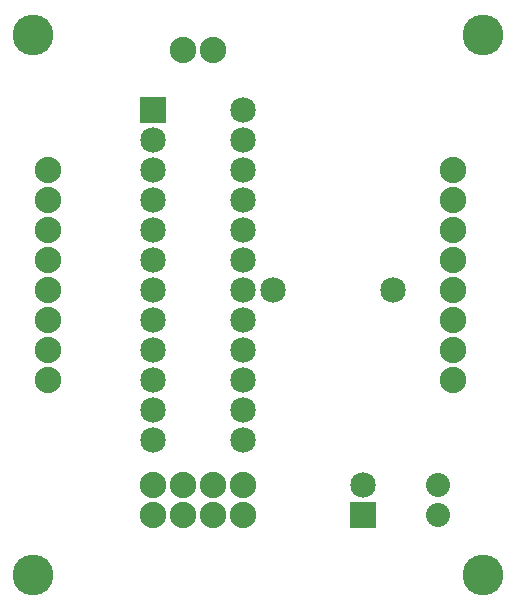
<source format=gbs>
G04 MADE WITH FRITZING*
G04 WWW.FRITZING.ORG*
G04 SINGLE SIDED*
G04 HOLES NOT PLATED*
G04 CONTOUR ON CENTER OF CONTOUR VECTOR*
%ASAXBY*%
%FSLAX23Y23*%
%MOIN*%
%OFA0B0*%
%SFA1.0B1.0*%
%ADD10C,0.085000*%
%ADD11C,0.088000*%
%ADD12C,0.135984*%
%ADD13C,0.080000*%
%ADD14R,0.085000X0.085000*%
%LNMASK0*%
G90*
G70*
G54D10*
X498Y1643D03*
X798Y1643D03*
X498Y1543D03*
X798Y1543D03*
X498Y1443D03*
X798Y1443D03*
X498Y1343D03*
X798Y1343D03*
X498Y1243D03*
X798Y1243D03*
X498Y1143D03*
X798Y1143D03*
X498Y1043D03*
X798Y1043D03*
X498Y943D03*
X798Y943D03*
X498Y843D03*
X798Y843D03*
X498Y743D03*
X798Y743D03*
X498Y643D03*
X798Y643D03*
X498Y543D03*
X798Y543D03*
X898Y1043D03*
X1298Y1043D03*
G54D11*
X598Y1843D03*
X698Y1843D03*
X498Y393D03*
X598Y393D03*
X698Y393D03*
X798Y393D03*
X498Y293D03*
X598Y293D03*
X698Y293D03*
X798Y293D03*
X1498Y1443D03*
X1498Y1343D03*
X1498Y1243D03*
X1498Y1143D03*
X1498Y1043D03*
X1498Y943D03*
X1498Y843D03*
X1498Y743D03*
X148Y1443D03*
X148Y1343D03*
X148Y1243D03*
X148Y1143D03*
X148Y1043D03*
X148Y943D03*
X148Y843D03*
X148Y743D03*
G54D10*
X1198Y293D03*
X1198Y393D03*
G54D12*
X98Y93D03*
X1598Y1893D03*
X98Y1893D03*
X1598Y93D03*
G54D13*
X1448Y293D03*
X1448Y393D03*
G54D14*
X498Y1643D03*
X1198Y293D03*
G04 End of Mask0*
M02*
</source>
